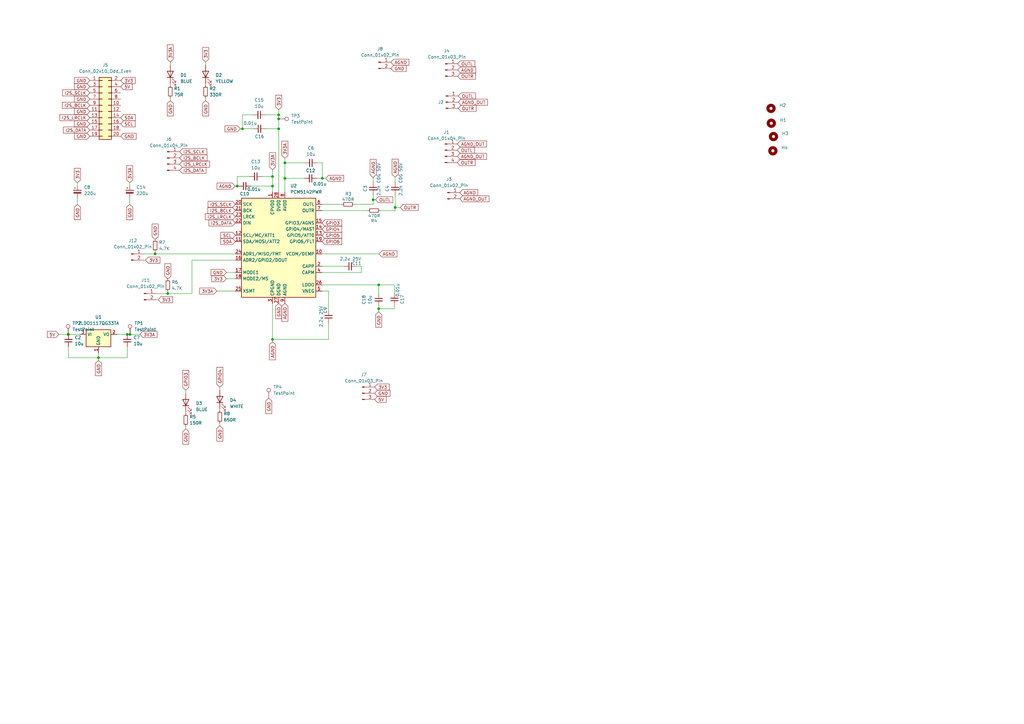
<source format=kicad_sch>
(kicad_sch (version 20231120) (generator "eeschema") (generator_version "8.0")
  (paper "A3")
  (lib_symbols
    (symbol "Audio:PCM5122PW"
      (property "Reference" "U" (at -13.97 21.59 0))
      (property "Value" "PCM5122PW" (at 10.16 21.59 0))
      (symbol "PCM5122PW_0_1"
        (rectangle (start -15.24 20.32) (end 15.24 -20.32) (stroke (width 0.254)) (fill (type background)))
      )
      (symbol "PCM5122PW_1_1"
        (pin power_in line (at -2.54 22.86 270) (length 2.54) (name "CPVDD") (number "1"))
        (pin bidirectional line (at 17.78 -2.54 180) (length 2.54) (name "VCOM/DEMP") (number "10"))
        (pin bidirectional line (at -17.78 2.54 0) (length 2.54) (name "SDA/MOSI/ATT2") (number "11"))
        (pin input line (at -17.78 5.08 0) (length 2.54) (name "SCL/MC/ATT1") (number "12"))
        (pin bidirectional line (at 17.78 5.08 180) (length 2.54) (name "GPIO5/ATT0") (number "13"))
        (pin bidirectional line (at 17.78 7.62 180) (length 2.54) (name "GPIO4/MAST") (number "14"))
        (pin bidirectional line (at 17.78 10.16 180) (length 2.54) (name "GPIO3/AGNS") (number "15"))
        (pin bidirectional line (at -17.78 -5.08 0) (length 2.54) (name "ADR2/GPIO2/DOUT") (number "16"))
        (pin input line (at -17.78 -10.16 0) (length 2.54) (name "MODE1") (number "17"))
        (pin input line (at -17.78 -12.7 0) (length 2.54) (name "MODE2/MS") (number "18"))
        (pin bidirectional line (at 17.78 2.54 180) (length 2.54) (name "GPIO6/FLT") (number "19"))
        (pin passive line (at 17.78 -7.62 180) (length 2.54) (name "CAPP") (number "2"))
        (pin input line (at -17.78 17.78 0) (length 2.54) (name "SCK") (number "20"))
        (pin bidirectional line (at -17.78 15.24 0) (length 2.54) (name "BCK") (number "21"))
        (pin input line (at -17.78 10.16 0) (length 2.54) (name "DIN") (number "22"))
        (pin bidirectional line (at -17.78 12.7 0) (length 2.54) (name "LRCK") (number "23"))
        (pin bidirectional line (at -17.78 -2.54 0) (length 2.54) (name "ADR1/MISO/FMT") (number "24"))
        (pin input line (at -17.78 -17.78 0) (length 2.54) (name "XSMT") (number "25"))
        (pin passive line (at 17.78 -15.24 180) (length 2.54) (name "LDOO") (number "26"))
        (pin power_in line (at 0 -22.86 90) (length 2.54) (name "DGND") (number "27"))
        (pin power_in line (at 0 22.86 270) (length 2.54) (name "DVDD") (number "28"))
        (pin power_in line (at -2.54 -22.86 90) (length 2.54) (name "CPGND") (number "3"))
        (pin passive line (at 17.78 -10.16 180) (length 2.54) (name "CAPM") (number "4"))
        (pin passive line (at 17.78 -17.78 180) (length 2.54) (name "VNEG") (number "5"))
        (pin output line (at 17.78 17.78 180) (length 2.54) (name "OUTL") (number "6"))
        (pin output line (at 17.78 15.24 180) (length 2.54) (name "OUTR") (number "7"))
        (pin power_in line (at 2.54 22.86 270) (length 2.54) (name "AVDD") (number "8"))
        (pin power_in line (at 2.54 -22.86 90) (length 2.54) (name "AGND") (number "9"))
      )
    )
    (symbol "Connector:Conn_01x02_Pin" (pin_names (offset 1.016) hide)
      (property "Reference" "J" (at 0 2.54 0))
      (property "Value" "Conn_01x02_Pin" (at 0 -5.08 0))
      (symbol "Conn_01x02_Pin_1_1"
        (polyline (pts (xy 1.27 -2.54) (xy 0.8636 -2.54)) (stroke (width 0.1524)))
        (polyline (pts (xy 1.27 0) (xy 0.8636 0)) (stroke (width 0.1524)))
        (rectangle (start 0.8636 -2.413) (end 0 -2.667) (stroke (width 0.1524)) (fill (type outline)))
        (rectangle (start 0.8636 0.127) (end 0 -0.127) (stroke (width 0.1524)) (fill (type outline)))
        (pin passive line (at 5.08 0 180) (length 3.81) (name "Pin_1") (number "1"))
        (pin passive line (at 5.08 -2.54 180) (length 3.81) (name "Pin_2") (number "2"))
      )
    )
    (symbol "Connector:Conn_01x03_Pin" (pin_names (offset 1.016) hide)
      (property "Reference" "J" (at 0 5.08 0))
      (property "Value" "Conn_01x03_Pin" (at 0 -5.08 0))
      (symbol "Conn_01x03_Pin_1_1"
        (polyline (pts (xy 1.27 -2.54) (xy 0.8636 -2.54)) (stroke (width 0.1524)))
        (polyline (pts (xy 1.27 0) (xy 0.8636 0)) (stroke (width 0.1524)))
        (polyline (pts (xy 1.27 2.54) (xy 0.8636 2.54)) (stroke (width 0.1524)))
        (rectangle (start 0.8636 -2.413) (end 0 -2.667) (stroke (width 0.1524)) (fill (type outline)))
        (rectangle (start 0.8636 0.127) (end 0 -0.127) (stroke (width 0.1524)) (fill (type outline)))
        (rectangle (start 0.8636 2.667) (end 0 2.413) (stroke (width 0.1524)) (fill (type outline)))
        (pin passive line (at 5.08 2.54 180) (length 3.81) (name "Pin_1") (number "1"))
        (pin passive line (at 5.08 0 180) (length 3.81) (name "Pin_2") (number "2"))
        (pin passive line (at 5.08 -2.54 180) (length 3.81) (name "Pin_3") (number "3"))
      )
    )
    (symbol "Connector:Conn_01x04_Pin" (pin_names (offset 1.016) hide)
      (property "Reference" "J" (at 0 5.08 0))
      (property "Value" "Conn_01x04_Pin" (at 0 -7.62 0))
      (symbol "Conn_01x04_Pin_1_1"
        (polyline (pts (xy 1.27 -5.08) (xy 0.8636 -5.08)) (stroke (width 0.1524)))
        (polyline (pts (xy 1.27 -2.54) (xy 0.8636 -2.54)) (stroke (width 0.1524)))
        (polyline (pts (xy 1.27 0) (xy 0.8636 0)) (stroke (width 0.1524)))
        (polyline (pts (xy 1.27 2.54) (xy 0.8636 2.54)) (stroke (width 0.1524)))
        (rectangle (start 0.8636 -4.953) (end 0 -5.207) (stroke (width 0.1524)) (fill (type outline)))
        (rectangle (start 0.8636 -2.413) (end 0 -2.667) (stroke (width 0.1524)) (fill (type outline)))
        (rectangle (start 0.8636 0.127) (end 0 -0.127) (stroke (width 0.1524)) (fill (type outline)))
        (rectangle (start 0.8636 2.667) (end 0 2.413) (stroke (width 0.1524)) (fill (type outline)))
        (pin passive line (at 5.08 2.54 180) (length 3.81) (name "Pin_1") (number "1"))
        (pin passive line (at 5.08 0 180) (length 3.81) (name "Pin_2") (number "2"))
        (pin passive line (at 5.08 -2.54 180) (length 3.81) (name "Pin_3") (number "3"))
        (pin passive line (at 5.08 -5.08 180) (length 3.81) (name "Pin_4") (number "4"))
      )
    )
    (symbol "Connector:TestPoint" (pin_numbers hide) (pin_names (offset 0.762) hide)
      (property "Reference" "TP" (at 0 6.858 0))
      (property "Value" "TestPoint" (at 0 5.08 0))
      (symbol "TestPoint_0_1"
        (circle (center 0 3.302) (radius 0.762))
      )
      (symbol "TestPoint_1_1"
        (pin passive line (at 0 0 90) (length 2.54) (name "1") (number "1"))
      )
    )
    (symbol "Connector_Generic:Conn_02x10_Odd_Even" (pin_names (offset 1.016) hide)
      (property "Reference" "J" (at 1.27 12.7 0))
      (property "Value" "Conn_02x10_Odd_Even" (at 1.27 -15.24 0))
      (symbol "Conn_02x10_Odd_Even_1_1"
        (rectangle (start -1.27 -12.573) (end 0 -12.827) (stroke (width 0.1524)))
        (rectangle (start -1.27 -10.033) (end 0 -10.287) (stroke (width 0.1524)))
        (rectangle (start -1.27 -7.493) (end 0 -7.747) (stroke (width 0.1524)))
        (rectangle (start -1.27 -4.953) (end 0 -5.207) (stroke (width 0.1524)))
        (rectangle (start -1.27 -2.413) (end 0 -2.667) (stroke (width 0.1524)))
        (rectangle (start -1.27 0.127) (end 0 -0.127) (stroke (width 0.1524)))
        (rectangle (start -1.27 2.667) (end 0 2.413) (stroke (width 0.1524)))
        (rectangle (start -1.27 5.207) (end 0 4.953) (stroke (width 0.1524)))
        (rectangle (start -1.27 7.747) (end 0 7.493) (stroke (width 0.1524)))
        (rectangle (start -1.27 10.287) (end 0 10.033) (stroke (width 0.1524)))
        (rectangle (start -1.27 11.43) (end 3.81 -13.97) (stroke (width 0.254)) (fill (type background)))
        (rectangle (start 3.81 -12.573) (end 2.54 -12.827) (stroke (width 0.1524)))
        (rectangle (start 3.81 -10.033) (end 2.54 -10.287) (stroke (width 0.1524)))
        (rectangle (start 3.81 -7.493) (end 2.54 -7.747) (stroke (width 0.1524)))
        (rectangle (start 3.81 -4.953) (end 2.54 -5.207) (stroke (width 0.1524)))
        (rectangle (start 3.81 -2.413) (end 2.54 -2.667) (stroke (width 0.1524)))
        (rectangle (start 3.81 0.127) (end 2.54 -0.127) (stroke (width 0.1524)))
        (rectangle (start 3.81 2.667) (end 2.54 2.413) (stroke (width 0.1524)))
        (rectangle (start 3.81 5.207) (end 2.54 4.953) (stroke (width 0.1524)))
        (rectangle (start 3.81 7.747) (end 2.54 7.493) (stroke (width 0.1524)))
        (rectangle (start 3.81 10.287) (end 2.54 10.033) (stroke (width 0.1524)))
        (pin passive line (at -5.08 10.16 0) (length 3.81) (name "Pin_1") (number "1"))
        (pin passive line (at 7.62 0 180) (length 3.81) (name "Pin_10") (number "10"))
        (pin passive line (at -5.08 -2.54 0) (length 3.81) (name "Pin_11") (number "11"))
        (pin passive line (at 7.62 -2.54 180) (length 3.81) (name "Pin_12") (number "12"))
        (pin passive line (at -5.08 -5.08 0) (length 3.81) (name "Pin_13") (number "13"))
        (pin passive line (at 7.62 -5.08 180) (length 3.81) (name "Pin_14") (number "14"))
        (pin passive line (at -5.08 -7.62 0) (length 3.81) (name "Pin_15") (number "15"))
        (pin passive line (at 7.62 -7.62 180) (length 3.81) (name "Pin_16") (number "16"))
        (pin passive line (at -5.08 -10.16 0) (length 3.81) (name "Pin_17") (number "17"))
        (pin passive line (at 7.62 -10.16 180) (length 3.81) (name "Pin_18") (number "18"))
        (pin passive line (at -5.08 -12.7 0) (length 3.81) (name "Pin_19") (number "19"))
        (pin passive line (at 7.62 10.16 180) (length 3.81) (name "Pin_2") (number "2"))
        (pin passive line (at 7.62 -12.7 180) (length 3.81) (name "Pin_20") (number "20"))
        (pin passive line (at -5.08 7.62 0) (length 3.81) (name "Pin_3") (number "3"))
        (pin passive line (at 7.62 7.62 180) (length 3.81) (name "Pin_4") (number "4"))
        (pin passive line (at -5.08 5.08 0) (length 3.81) (name "Pin_5") (number "5"))
        (pin passive line (at 7.62 5.08 180) (length 3.81) (name "Pin_6") (number "6"))
        (pin passive line (at -5.08 2.54 0) (length 3.81) (name "Pin_7") (number "7"))
        (pin passive line (at 7.62 2.54 180) (length 3.81) (name "Pin_8") (number "8"))
        (pin passive line (at -5.08 0 0) (length 3.81) (name "Pin_9") (number "9"))
      )
    )
    (symbol "Device:C_Polarized_Small" (pin_numbers hide) (pin_names (offset 0.254) hide)
      (property "Reference" "C" (at 0.254 1.778 0))
      (property "Value" "C_Polarized_Small" (at 0.254 -2.032 0))
      (symbol "C_Polarized_Small_0_1"
        (rectangle (start -1.524 -0.3048) (end 1.524 -0.6858) (fill (type outline)))
        (rectangle (start -1.524 0.6858) (end 1.524 0.3048))
        (polyline (pts (xy -1.27 1.524) (xy -0.762 1.524)))
        (polyline (pts (xy -1.016 1.27) (xy -1.016 1.778)))
      )
      (symbol "C_Polarized_Small_1_1"
        (pin passive line (at 0 2.54 270) (length 1.8542) (name "~") (number "1"))
        (pin passive line (at 0 -2.54 90) (length 1.8542) (name "~") (number "2"))
      )
    )
    (symbol "Device:C_Small" (pin_numbers hide) (pin_names (offset 0.254) hide)
      (property "Reference" "C" (at 0.254 1.778 0))
      (property "Value" "C_Small" (at 0.254 -2.032 0))
      (symbol "C_Small_0_1"
        (polyline (pts (xy -1.524 -0.508) (xy 1.524 -0.508)) (stroke (width 0.3302)))
        (polyline (pts (xy -1.524 0.508) (xy 1.524 0.508)) (stroke (width 0.3048)))
      )
      (symbol "C_Small_1_1"
        (pin passive line (at 0 2.54 270) (length 2.032) (name "~") (number "1"))
        (pin passive line (at 0 -2.54 90) (length 2.032) (name "~") (number "2"))
      )
    )
    (symbol "Device:LED" (pin_numbers hide) (pin_names (offset 1.016) hide)
      (property "Reference" "D" (at 0 2.54 0))
      (property "Value" "LED" (at 0 -2.54 0))
      (symbol "LED_0_1"
        (polyline (pts (xy -1.27 -1.27) (xy -1.27 1.27)) (stroke (width 0.254)))
        (polyline (pts (xy -1.27 0) (xy 1.27 0)))
        (polyline (pts (xy 1.27 -1.27) (xy 1.27 1.27) (xy -1.27 0) (xy 1.27 -1.27)) (stroke (width 0.254)))
        (polyline (pts (xy -3.048 -0.762) (xy -4.572 -2.286) (xy -3.81 -2.286) (xy -4.572 -2.286) (xy -4.572 -1.524)))
        (polyline (pts (xy -1.778 -0.762) (xy -3.302 -2.286) (xy -2.54 -2.286) (xy -3.302 -2.286) (xy -3.302 -1.524)))
      )
      (symbol "LED_1_1"
        (pin passive line (at -3.81 0 0) (length 2.54) (name "K") (number "1"))
        (pin passive line (at 3.81 0 180) (length 2.54) (name "A") (number "2"))
      )
    )
    (symbol "Device:R_Small" (pin_numbers hide) (pin_names (offset 0.254) hide)
      (property "Reference" "R" (at 0.762 0.508 0))
      (property "Value" "R_Small" (at 0.762 -1.016 0))
      (symbol "R_Small_0_1"
        (rectangle (start -0.762 1.778) (end 0.762 -1.778) (stroke (width 0.2032)))
      )
      (symbol "R_Small_1_1"
        (pin passive line (at 0 2.54 270) (length 0.762) (name "~") (number "1"))
        (pin passive line (at 0 -2.54 90) (length 0.762) (name "~") (number "2"))
      )
    )
    (symbol "Mechanical:MountingHole" (pin_names (offset 1.016))
      (property "Reference" "H" (at 0 5.08 0))
      (property "Value" "MountingHole" (at 0 3.175 0))
      (symbol "MountingHole_0_1"
        (circle (center 0 0) (radius 1.27) (stroke (width 1.27)))
      )
    )
    (symbol "Regulator_Linear:AMS1117-3.3"
      (property "Reference" "U" (at -3.81 3.175 0))
      (property "Value" "AMS1117-3.3" (at 0 3.175 0))
      (symbol "AMS1117-3.3_0_1"
        (rectangle (start -5.08 -5.08) (end 5.08 1.905) (stroke (width 0.254)) (fill (type background)))
      )
      (symbol "AMS1117-3.3_1_1"
        (pin power_in line (at 0 -7.62 90) (length 2.54) (name "GND") (number "1"))
        (pin power_out line (at 7.62 0 180) (length 2.54) (name "VO") (number "2"))
        (pin power_in line (at -7.62 0 0) (length 2.54) (name "VI") (number "3"))
      )
    )
  )
  (junction (at 116.84 66.802))
  (junction (at 97.282 76.327))
  (junction (at 153.035 81.915))
  (junction (at 63.627 104.14))
  (junction (at 116.84 73.152))
  (junction (at 68.834 120.396))
  (junction (at 162.052 85.09))
  (junction (at 52.197 137.16))
  (junction (at 132.207 73.152))
  (junction (at 114.3 48.768))
  (junction (at 40.386 146.685))
  (junction (at 111.76 76.327))
  (junction (at 114.3 52.832))
  (junction (at 155.321 126.619))
  (junction (at 111.76 72.39))
  (junction (at 114.3 47.117))
  (junction (at 99.441 52.832))
  (junction (at 28.067 137.16))
  (junction (at 27.94 137.16))
  (junction (at 111.76 139.192))
  (junction (at 155.321 116.84))
  (junction (at 53.34 137.16))
  (wire (pts (xy 146.177 109.22) (xy 148.209 109.22)))
  (wire (pts (xy 153.035 81.915) (xy 153.035 83.82)))
  (wire (pts (xy 124.841 73.152) (xy 116.84 73.152)))
  (wire (pts (xy 107.442 72.39) (xy 111.76 72.39)))
  (wire (pts (xy 162.052 85.09) (xy 162.052 86.36)))
  (wire (pts (xy 90.17 168.402) (xy 90.17 167.64)))
  (wire (pts (xy 69.85 40.132) (xy 69.85 41.275)))
  (wire (pts (xy 132.207 66.802) (xy 132.207 73.152)))
  (wire (pts (xy 99.441 52.832) (xy 103.886 52.832)))
  (wire (pts (xy 28.067 137.16) (xy 32.766 137.16)))
  (wire (pts (xy 53.213 83.82) (xy 53.213 81.153)))
  (wire (pts (xy 161.798 126.619) (xy 161.798 125.349)))
  (wire (pts (xy 111.76 76.327) (xy 111.76 78.74)))
  (wire (pts (xy 58.928 104.14) (xy 63.627 104.14)))
  (wire (pts (xy 132.08 119.38) (xy 134.747 119.38)))
  (wire (pts (xy 155.321 116.84) (xy 155.321 120.396)))
  (wire (pts (xy 102.362 72.39) (xy 97.282 72.39)))
  (wire (pts (xy 31.75 74.93) (xy 31.75 76.073)))
  (wire (pts (xy 161.798 116.84) (xy 155.321 116.84)))
  (wire (pts (xy 69.85 35.052) (xy 69.85 34.29)))
  (wire (pts (xy 114.3 47.117) (xy 114.3 48.768)))
  (wire (pts (xy 162.052 79.883) (xy 162.052 85.09)))
  (wire (pts (xy 162.052 86.36) (xy 155.956 86.36)))
  (wire (pts (xy 68.834 119.507) (xy 68.834 120.396)))
  (wire (pts (xy 96.52 106.68) (xy 78.74 106.68)))
  (wire (pts (xy 116.84 66.802) (xy 116.84 73.152)))
  (wire (pts (xy 108.966 52.832) (xy 114.3 52.832)))
  (wire (pts (xy 148.209 111.76) (xy 148.209 109.22)))
  (wire (pts (xy 130.048 66.802) (xy 132.207 66.802)))
  (wire (pts (xy 27.94 137.16) (xy 28.067 137.16)))
  (wire (pts (xy 114.3 44.958) (xy 114.3 47.117)))
  (wire (pts (xy 88.9 119.38) (xy 96.52 119.38)))
  (wire (pts (xy 52.197 137.16) (xy 48.006 137.16)))
  (wire (pts (xy 141.097 109.22) (xy 132.08 109.22)))
  (wire (pts (xy 76.2 161.29) (xy 76.2 160.02)))
  (wire (pts (xy 111.76 69.596) (xy 111.76 72.39)))
  (wire (pts (xy 114.3 52.832) (xy 114.3 78.74)))
  (wire (pts (xy 57.404 137.16) (xy 53.34 137.16)))
  (wire (pts (xy 92.837 111.76) (xy 96.52 111.76)))
  (wire (pts (xy 98.552 52.832) (xy 99.441 52.832)))
  (wire (pts (xy 28.067 146.685) (xy 40.386 146.685)))
  (wire (pts (xy 161.798 116.84) (xy 161.798 120.269)))
  (wire (pts (xy 52.197 146.685) (xy 40.386 146.685)))
  (wire (pts (xy 40.386 146.685) (xy 40.386 144.78)))
  (wire (pts (xy 90.17 160.02) (xy 90.17 158.75)))
  (wire (pts (xy 59.69 106.68) (xy 58.928 106.68)))
  (wire (pts (xy 133.604 73.152) (xy 132.207 73.152)))
  (wire (pts (xy 111.76 139.192) (xy 111.76 124.46)))
  (wire (pts (xy 116.84 64.897) (xy 116.84 66.802)))
  (wire (pts (xy 114.3 48.768) (xy 114.3 52.832)))
  (wire (pts (xy 53.34 137.16) (xy 52.197 137.16)))
  (wire (pts (xy 153.035 79.883) (xy 153.035 81.915)))
  (wire (pts (xy 132.207 73.152) (xy 129.921 73.152)))
  (wire (pts (xy 134.747 119.38) (xy 134.747 127.381)))
  (wire (pts (xy 63.627 104.14) (xy 96.52 104.14)))
  (wire (pts (xy 97.282 72.39) (xy 97.282 76.327)))
  (wire (pts (xy 116.84 73.152) (xy 116.84 78.74)))
  (wire (pts (xy 111.76 72.39) (xy 111.76 76.327)))
  (wire (pts (xy 76.2 169.672) (xy 76.2 168.91)))
  (wire (pts (xy 103.759 47.117) (xy 99.441 47.117)))
  (wire (pts (xy 162.052 72.644) (xy 162.052 74.803)))
  (wire (pts (xy 76.2 174.752) (xy 76.2 175.895)))
  (wire (pts (xy 40.386 147.828) (xy 40.386 146.685)))
  (wire (pts (xy 84.328 40.132) (xy 84.328 41.275)))
  (wire (pts (xy 78.74 106.68) (xy 78.74 120.396)))
  (wire (pts (xy 99.441 47.117) (xy 99.441 52.832)))
  (wire (pts (xy 84.328 26.67) (xy 84.328 25.4)))
  (wire (pts (xy 132.08 104.14) (xy 155.448 104.14)))
  (wire (pts (xy 84.328 35.052) (xy 84.328 34.29)))
  (wire (pts (xy 155.321 125.476) (xy 155.321 126.619)))
  (wire (pts (xy 134.747 132.461) (xy 134.747 139.192)))
  (wire (pts (xy 150.876 86.36) (xy 132.08 86.36)))
  (wire (pts (xy 92.837 114.3) (xy 96.52 114.3)))
  (wire (pts (xy 155.321 126.619) (xy 161.798 126.619)))
  (wire (pts (xy 53.213 74.93) (xy 53.213 76.073)))
  (wire (pts (xy 64.135 120.396) (xy 68.834 120.396)))
  (wire (pts (xy 96.393 76.327) (xy 97.282 76.327)))
  (wire (pts (xy 31.75 83.82) (xy 31.75 81.153)))
  (wire (pts (xy 132.08 83.82) (xy 140.208 83.82)))
  (wire (pts (xy 155.321 126.619) (xy 155.321 127.889)))
  (wire (pts (xy 28.067 142.24) (xy 28.067 146.685)))
  (wire (pts (xy 134.747 139.192) (xy 111.76 139.192)))
  (wire (pts (xy 164.211 85.09) (xy 162.052 85.09)))
  (wire (pts (xy 64.897 122.936) (xy 64.135 122.936)))
  (wire (pts (xy 132.08 116.84) (xy 155.321 116.84)))
  (wire (pts (xy 154.051 81.915) (xy 153.035 81.915)))
  (wire (pts (xy 68.834 120.396) (xy 78.74 120.396)))
  (wire (pts (xy 63.627 103.251) (xy 63.627 104.14)))
  (wire (pts (xy 153.035 72.771) (xy 153.035 74.803)))
  (wire (pts (xy 116.84 66.802) (xy 124.968 66.802)))
  (wire (pts (xy 132.08 111.76) (xy 148.209 111.76)))
  (wire (pts (xy 145.288 83.82) (xy 153.035 83.82)))
  (wire (pts (xy 24.13 137.16) (xy 27.94 137.16)))
  (wire (pts (xy 111.76 139.192) (xy 111.76 140.208)))
  (wire (pts (xy 69.85 26.67) (xy 69.85 25.4)))
  (wire (pts (xy 90.17 173.482) (xy 90.17 174.625)))
  (wire (pts (xy 97.282 76.327) (xy 97.79 76.327)))
  (wire (pts (xy 52.197 142.24) (xy 52.197 146.685)))
  (wire (pts (xy 108.839 47.117) (xy 114.3 47.117)))
  (wire (pts (xy 102.87 76.327) (xy 111.76 76.327)))
  (global_label "AGND_OUT" (shape input) (at 187.579 59.055 0) (property "Intersheetrefs" "${INTERSHEET_REFS}" (effects (hide yes))))
  (global_label "GND" (shape input) (at 84.328 41.275 270) (property "Intersheetrefs" "${INTERSHEET_REFS}" (effects (hide yes))))
  (global_label "3V3A" (shape input) (at 116.84 64.897 90) (property "Intersheetrefs" "${INTERSHEET_REFS}" (effects (hide yes))))
  (global_label "GPIO3" (shape input) (at 132.08 91.44 0) (property "Intersheetrefs" "${INTERSHEET_REFS}" (effects (hide yes))))
  (global_label "AGND" (shape input) (at 188.595 78.994 0) (property "Intersheetrefs" "${INTERSHEET_REFS}" (effects (hide yes))))
  (global_label "GND" (shape input) (at 76.2 175.895 270) (property "Intersheetrefs" "${INTERSHEET_REFS}" (effects (hide yes))))
  (global_label "3V3A" (shape input) (at 57.404 137.16 0) (property "Intersheetrefs" "${INTERSHEET_REFS}" (effects (hide yes))))
  (global_label "GND" (shape input) (at 155.321 127.889 270) (property "Intersheetrefs" "${INTERSHEET_REFS}" (effects (hide yes))))
  (global_label "GND" (shape input) (at 31.75 83.82 270) (property "Intersheetrefs" "${INTERSHEET_REFS}" (effects (hide yes))))
  (global_label "I2S_DATA" (shape input) (at 96.52 91.44 180) (property "Intersheetrefs" "${INTERSHEET_REFS}" (effects (hide yes))))
  (global_label "AGND" (shape input) (at 116.84 124.46 270) (property "Intersheetrefs" "${INTERSHEET_REFS}" (effects (hide yes))))
  (global_label "I2S_DATA" (shape input) (at 36.83 53.34 180) (property "Intersheetrefs" "${INTERSHEET_REFS}" (effects (hide yes))))
  (global_label "AGND" (shape input) (at 160.3323 25.521 0) (property "Intersheetrefs" "${INTERSHEET_REFS}" (effects (hide yes))))
  (global_label "AGND" (shape input) (at 111.76 140.208 270) (property "Intersheetrefs" "${INTERSHEET_REFS}" (effects (hide yes))))
  (global_label "I2S_LRCLK" (shape input) (at 36.83 48.26 180) (property "Intersheetrefs" "${INTERSHEET_REFS}" (effects (hide yes))))
  (global_label "GPIO4" (shape input) (at 132.08 93.98 0) (property "Intersheetrefs" "${INTERSHEET_REFS}" (effects (hide yes))))
  (global_label "OUTR" (shape input) (at 187.96 44.45 0) (property "Intersheetrefs" "${INTERSHEET_REFS}" (effects (hide yes))))
  (global_label "GND" (shape input) (at 36.83 45.72 180) (property "Intersheetrefs" "${INTERSHEET_REFS}" (effects (hide yes))))
  (global_label "OUTR" (shape input) (at 187.579 66.675 0) (property "Intersheetrefs" "${INTERSHEET_REFS}" (effects (hide yes))))
  (global_label "3V3" (shape input) (at 92.837 114.3 180) (property "Intersheetrefs" "${INTERSHEET_REFS}" (effects (hide yes))))
  (global_label "OUTL" (shape input) (at 187.706 26.162 0) (property "Intersheetrefs" "${INTERSHEET_REFS}" (effects (hide yes))))
  (global_label "GND" (shape input) (at 69.85 41.275 270) (property "Intersheetrefs" "${INTERSHEET_REFS}" (effects (hide yes))))
  (global_label "3V3" (shape input) (at 114.3 44.958 90) (property "Intersheetrefs" "${INTERSHEET_REFS}" (effects (hide yes))))
  (global_label "GND" (shape input) (at 36.83 50.8 180) (property "Intersheetrefs" "${INTERSHEET_REFS}" (effects (hide yes))))
  (global_label "AGND_OUT" (shape input) (at 187.96 41.91 0) (property "Intersheetrefs" "${INTERSHEET_REFS}" (effects (hide yes))))
  (global_label "3V3A" (shape input) (at 53.213 74.93 90) (property "Intersheetrefs" "${INTERSHEET_REFS}" (effects (hide yes))))
  (global_label "I2S_SCLK" (shape input) (at 96.52 83.82 180) (property "Intersheetrefs" "${INTERSHEET_REFS}" (effects (hide yes))))
  (global_label "GND" (shape input) (at 160.3323 28.061 0) (property "Intersheetrefs" "${INTERSHEET_REFS}" (effects (hide yes))))
  (global_label "5V" (shape input) (at 24.13 137.16 180) (property "Intersheetrefs" "${INTERSHEET_REFS}" (effects (hide yes))))
  (global_label "OUTR" (shape input) (at 164.211 85.09 0) (property "Intersheetrefs" "${INTERSHEET_REFS}" (effects (hide yes))))
  (global_label "GND" (shape input) (at 110.236 163.322 270) (property "Intersheetrefs" "${INTERSHEET_REFS}" (effects (hide yes))))
  (global_label "SDA" (shape input) (at 96.52 99.06 180) (property "Intersheetrefs" "${INTERSHEET_REFS}" (effects (hide yes))))
  (global_label "I2S_LRCLK" (shape input) (at 96.52 88.9 180) (property "Intersheetrefs" "${INTERSHEET_REFS}" (effects (hide yes))))
  (global_label "3V3A" (shape input) (at 111.76 69.596 90) (property "Intersheetrefs" "${INTERSHEET_REFS}" (effects (hide yes))))
  (global_label "AGND" (shape input) (at 162.052 72.644 90) (property "Intersheetrefs" "${INTERSHEET_REFS}" (effects (hide yes))))
  (global_label "SDA" (shape input) (at 49.53 48.26 0) (property "Intersheetrefs" "${INTERSHEET_REFS}" (effects (hide yes))))
  (global_label "3V3" (shape input) (at 153.67 158.75 0) (property "Intersheetrefs" "${INTERSHEET_REFS}" (effects (hide yes))))
  (global_label "I2S_LRCLK" (shape input) (at 73.66 67.31 0) (property "Intersheetrefs" "${INTERSHEET_REFS}" (effects (hide yes))))
  (global_label "GND" (shape input) (at 114.3 124.46 270) (property "Intersheetrefs" "${INTERSHEET_REFS}" (effects (hide yes))))
  (global_label "AGND_OUT" (shape input) (at 188.595 81.534 0) (property "Intersheetrefs" "${INTERSHEET_REFS}" (effects (hide yes))))
  (global_label "I2S_SCLK" (shape input) (at 73.66 62.23 0) (property "Intersheetrefs" "${INTERSHEET_REFS}" (effects (hide yes))))
  (global_label "GND" (shape input) (at 49.53 55.88 0) (property "Intersheetrefs" "${INTERSHEET_REFS}" (effects (hide yes))))
  (global_label "I2S_DATA" (shape input) (at 73.66 69.85 0) (property "Intersheetrefs" "${INTERSHEET_REFS}" (effects (hide yes))))
  (global_label "AGND" (shape input) (at 187.706 28.702 0) (property "Intersheetrefs" "${INTERSHEET_REFS}" (effects (hide yes))))
  (global_label "I2S_BCLK" (shape input) (at 36.83 43.18 180) (property "Intersheetrefs" "${INTERSHEET_REFS}" (effects (hide yes))))
  (global_label "OUTR" (shape input) (at 187.706 31.242 0) (property "Intersheetrefs" "${INTERSHEET_REFS}" (effects (hide yes))))
  (global_label "GND" (shape input) (at 98.552 52.832 180) (property "Intersheetrefs" "${INTERSHEET_REFS}" (effects (hide yes))))
  (global_label "GPIO3" (shape input) (at 76.2 160.02 90) (property "Intersheetrefs" "${INTERSHEET_REFS}" (effects (hide yes))))
  (global_label "GND" (shape input) (at 153.67 161.29 0) (property "Intersheetrefs" "${INTERSHEET_REFS}" (effects (hide yes))))
  (global_label "3V3A" (shape input) (at 88.9 119.38 180) (property "Intersheetrefs" "${INTERSHEET_REFS}" (effects (hide yes))))
  (global_label "OUTL" (shape input) (at 187.579 61.595 0) (property "Intersheetrefs" "${INTERSHEET_REFS}" (effects (hide yes))))
  (global_label "GND" (shape input) (at 92.837 111.76 180) (property "Intersheetrefs" "${INTERSHEET_REFS}" (effects (hide yes))))
  (global_label "5V" (shape input) (at 49.53 35.56 0) (property "Intersheetrefs" "${INTERSHEET_REFS}" (effects (hide yes))))
  (global_label "3V3" (shape input) (at 84.328 25.4 90) (property "Intersheetrefs" "${INTERSHEET_REFS}" (effects (hide yes))))
  (global_label "OUTL" (shape input) (at 187.96 39.37 0) (property "Intersheetrefs" "${INTERSHEET_REFS}" (effects (hide yes))))
  (global_label "GPIO6" (shape input) (at 132.08 99.06 0) (property "Intersheetrefs" "${INTERSHEET_REFS}" (effects (hide yes))))
  (global_label "GND" (shape input) (at 90.17 174.625 270) (property "Intersheetrefs" "${INTERSHEET_REFS}" (effects (hide yes))))
  (global_label "GND" (shape input) (at 36.83 33.02 180) (property "Intersheetrefs" "${INTERSHEET_REFS}" (effects (hide yes))))
  (global_label "GPIO5" (shape input) (at 132.08 96.52 0) (property "Intersheetrefs" "${INTERSHEET_REFS}" (effects (hide yes))))
  (global_label "GND" (shape input) (at 63.627 98.171 90) (property "Intersheetrefs" "${INTERSHEET_REFS}" (effects (hide yes))))
  (global_label "AGND" (shape input) (at 133.604 73.152 0) (property "Intersheetrefs" "${INTERSHEET_REFS}" (effects (hide yes))))
  (global_label "I2S_BCLK" (shape input) (at 73.66 64.77 0) (property "Intersheetrefs" "${INTERSHEET_REFS}" (effects (hide yes))))
  (global_label "SCL" (shape input) (at 96.52 96.52 180) (property "Intersheetrefs" "${INTERSHEET_REFS}" (effects (hide yes))))
  (global_label "AGND_OUT" (shape input) (at 187.579 64.135 0) (property "Intersheetrefs" "${INTERSHEET_REFS}" (effects (hide yes))))
  (global_label "5V" (shape input) (at 153.67 163.83 0) (property "Intersheetrefs" "${INTERSHEET_REFS}" (effects (hide yes))))
  (global_label "GND" (shape input) (at 68.834 114.427 90) (property "Intersheetrefs" "${INTERSHEET_REFS}" (effects (hide yes))))
  (global_label "3V3A" (shape input) (at 69.85 25.4 90) (property "Intersheetrefs" "${INTERSHEET_REFS}" (effects (hide yes))))
  (global_label "GND" (shape input) (at 53.213 83.82 270) (property "Intersheetrefs" "${INTERSHEET_REFS}" (effects (hide yes))))
  (global_label "GND" (shape input) (at 36.83 40.64 180) (property "Intersheetrefs" "${INTERSHEET_REFS}" (effects (hide yes))))
  (global_label "3V3" (shape input) (at 59.69 106.68 0) (property "Intersheetrefs" "${INTERSHEET_REFS}" (effects (hide yes))))
  (global_label "3V3" (shape input) (at 31.75 74.93 90) (property "Intersheetrefs" "${INTERSHEET_REFS}" (effects (hide yes))))
  (global_label "AGND" (shape input) (at 153.035 72.771 90) (property "Intersheetrefs" "${INTERSHEET_REFS}" (effects (hide yes))))
  (global_label "AGND" (shape input) (at 96.393 76.327 180) (property "Intersheetrefs" "${INTERSHEET_REFS}" (effects (hide yes))))
  (global_label "3V3" (shape input) (at 49.53 33.02 0) (property "Intersheetrefs" "${INTERSHEET_REFS}" (effects (hide yes))))
  (global_label "GND" (shape input) (at 36.83 55.88 180) (property "Intersheetrefs" "${INTERSHEET_REFS}" (effects (hide yes))))
  (global_label "I2S_BCLK" (shape input) (at 96.52 86.36 180) (property "Intersheetrefs" "${INTERSHEET_REFS}" (effects (hide yes))))
  (global_label "GND" (shape input) (at 40.386 147.828 270) (property "Intersheetrefs" "${INTERSHEET_REFS}" (effects (hide yes))))
  (global_label "SCL" (shape input) (at 49.53 50.8 0) (property "Intersheetrefs" "${INTERSHEET_REFS}" (effects (hide yes))))
  (global_label "GPIO4" (shape input) (at 90.17 158.75 90) (property "Intersheetrefs" "${INTERSHEET_REFS}" (effects (hide yes))))
  (global_label "3V3" (shape input) (at 64.897 122.936 0) (property "Intersheetrefs" "${INTERSHEET_REFS}" (effects (hide yes))))
  (global_label "I2S_SCLK" (shape input) (at 36.83 38.1 180) (property "Intersheetrefs" "${INTERSHEET_REFS}" (effects (hide yes))))
  (global_label "OUTL" (shape input) (at 154.051 81.915 0) (property "Intersheetrefs" "${INTERSHEET_REFS}" (effects (hide yes))))
  (global_label "AGND" (shape input) (at 155.448 104.14 0) (property "Intersheetrefs" "${INTERSHEET_REFS}" (effects (hide yes))))
  (global_label "GND" (shape input) (at 36.83 35.56 180) (property "Intersheetrefs" "${INTERSHEET_REFS}" (effects (hide yes))))
  (symbol (lib_id "Device:C_Small") (at 161.798 122.809 180) (unit 1)
    (property "Reference" "C17" (at 164.973 122.809 90))
    (property "Value" "0.01u" (at 163.068 118.999 90))
    (property "Footprint" "Capacitor_SMD:C_0805_2012Metric" (effects (hide yes)))
  )
  (symbol (lib_id "Connector:TestPoint") (at 114.3 48.768 270) (unit 1)
    (property "Reference" "TP3" (at 119.38 47.4979 90) (effects (justify left)))
    (property "Value" "TestPoint" (at 119.38 50.0379 90) (effects (justify left)))
    (property "Footprint" "TestPoint:TestPoint_Pad_2.0x2.0mm" (effects (hide yes)))
  )
  (symbol (lib_id "Device:R_Small") (at 84.328 37.592 180) (unit 1)
    (property "Reference" "R2" (at 85.852 36.322 0) (effects (justify right)))
    (property "Value" "330R" (at 85.852 38.862 0) (effects (justify right)))
    (property "Footprint" "Resistor_SMD:R_0603_1608Metric_Pad0.98x0.95mm_HandSolder" (effects (hide yes)))
  )
  (symbol (lib_id "Device:C_Small") (at 106.299 47.117 270) (unit 1)
    (property "Reference" "C15" (at 106.2926 41.021 90))
    (property "Value" "10u" (at 106.2926 43.561 90))
    (property "Footprint" "Capacitor_SMD:C_1206_3216Metric_Pad1.33x1.80mm_HandSolder" (effects (hide yes)))
  )
  (symbol (lib_id "Connector:Conn_01x02_Pin") (at 59.055 120.396 0) (unit 1)
    (property "Reference" "J11" (at 59.69 114.935 0))
    (property "Value" "Conn_01x02_Pin" (at 59.69 117.475 0))
    (property "Footprint" "Connector_PinHeader_2.54mm:PinHeader_1x02_P2.54mm_Vertical" (effects (hide yes)))
  )
  (symbol (lib_id "Device:C_Small") (at 106.426 52.832 90) (unit 1)
    (property "Reference" "C16" (at 106.426 56.007 90))
    (property "Value" "0.01u" (at 102.616 50.546 90))
    (property "Footprint" "Capacitor_SMD:C_0805_2012Metric" (effects (hide yes)))
  )
  (symbol (lib_id "Device:C_Small") (at 100.33 76.327 90) (unit 1)
    (property "Reference" "C10" (at 100.33 79.502 90))
    (property "Value" "0.01u" (at 104.14 77.597 90))
    (property "Footprint" "Capacitor_SMD:C_0805_2012Metric" (effects (hide yes)))
  )
  (symbol (lib_id "Device:R_Small") (at 142.748 83.82 90) (unit 1)
    (property "Reference" "R3" (at 142.875 79.502 90))
    (property "Value" "470R" (at 142.748 81.788 90))
    (property "Footprint" "Resistor_SMD:R_1206_3216Metric_Pad1.30x1.75mm_HandSolder" (effects (hide yes)))
  )
  (symbol (lib_id "Connector:Conn_01x02_Pin") (at 155.2523 25.521 0) (unit 1)
    (property "Reference" "J8" (at 155.8873 20.06 0))
    (property "Value" "Conn_01x02_Pin" (at 155.8873 22.6 0))
    (property "Footprint" "Connector_PinHeader_2.54mm:PinHeader_1x02_P2.54mm_Vertical" (effects (hide yes)))
  )
  (symbol (lib_id "Device:R_Small") (at 76.2 172.212 180) (unit 1)
    (property "Reference" "R5" (at 77.724 170.942 0) (effects (justify right)))
    (property "Value" "150R" (at 77.724 173.482 0) (effects (justify right)))
    (property "Footprint" "Resistor_SMD:R_0603_1608Metric_Pad0.98x0.95mm_HandSolder" (effects (hide yes)))
  )
  (symbol (lib_id "Device:C_Small") (at 153.035 77.343 0) (unit 1)
    (property "Reference" "C3" (at 149.86 77.343 90))
    (property "Value" "2.2n C0G 50V" (at 155.321 73.533 90))
    (property "Footprint" "Capacitor_THT:C_Rect_L4.6mm_W3.0mm_P2.50mm_MKS02_FKP02" (effects (hide yes)))
  )
  (symbol (lib_id "Device:C_Polarized_Small") (at 53.213 78.613 0) (unit 1)
    (property "Reference" "C14" (at 55.88 76.7969 0) (effects (justify left)))
    (property "Value" "220u" (at 55.88 79.3369 0) (effects (justify left)))
    (property "Footprint" "Capacitor_THT:CP_Radial_D6.3mm_P2.50mm" (effects (hide yes)))
  )
  (symbol (lib_id "Connector:Conn_01x03_Pin") (at 182.88 41.91 0) (unit 1)
    (property "Reference" "J2" (at 180.848 41.91 0))
    (property "Value" "Conn_01x03_Pin" (effects (hide yes)))
    (property "Footprint" "Connector_JST:JST_PH_B3B-PH-K_1x03_P2.00mm_Vertical" (effects (hide yes)))
  )
  (symbol (lib_id "Connector:TestPoint") (at 53.34 137.16 0) (unit 1)
    (property "Reference" "TP1" (at 55.118 132.588 0) (effects (justify left)))
    (property "Value" "TestPoint" (at 55.118 135.128 0) (effects (justify left)))
    (property "Footprint" "TestPoint:TestPoint_Pad_2.0x2.0mm" (effects (hide yes)))
  )
  (symbol (lib_id "Device:LED") (at 69.85 30.48 90) (unit 1)
    (property "Reference" "D1" (at 73.914 30.7975 90) (effects (justify right)))
    (property "Value" "BLUE" (at 73.914 33.3375 90) (effects (justify right)))
    (property "Footprint" "LED_SMD:LED_0805_2012Metric_Pad1.15x1.40mm_HandSolder" (effects (hide yes)))
  )
  (symbol (lib_id "Device:C_Small") (at 134.747 129.921 180) (unit 1)
    (property "Reference" "C9" (at 133.477 127.254 90))
    (property "Value" "2.2u 25V" (at 131.699 129.794 90))
    (property "Footprint" "Capacitor_SMD:C_0805_2012Metric" (effects (hide yes)))
  )
  (symbol (lib_id "Device:C_Small") (at 28.067 139.7 180) (unit 1)
    (property "Reference" "C2" (at 30.607 138.4236 0) (effects (justify right)))
    (property "Value" "10u" (at 30.607 140.9636 0) (effects (justify right)))
    (property "Footprint" "Capacitor_SMD:C_1206_3216Metric_Pad1.33x1.80mm_HandSolder" (effects (hide yes)))
  )
  (symbol (lib_id "Mechanical:MountingHole") (at 316.23 44.45 0) (unit 1)
    (property "Reference" "H2" (at 319.659 43.18 0) (effects (justify left)))
    (property "Value" "MountingHole" (effects (hide yes)))
    (property "Footprint" "MountingHole:MountingHole_3.2mm_M3" (effects (hide yes)))
  )
  (symbol (lib_id "Connector:Conn_01x02_Pin") (at 53.848 104.14 0) (unit 1)
    (property "Reference" "J12" (at 54.483 98.679 0))
    (property "Value" "Conn_01x02_Pin" (at 54.483 101.219 0))
    (property "Footprint" "Connector_PinHeader_2.54mm:PinHeader_1x02_P2.54mm_Vertical" (effects (hide yes)))
  )
  (symbol (lib_id "Connector:Conn_01x04_Pin") (at 182.499 61.595 0) (unit 1)
    (property "Reference" "J1" (at 183.134 54.229 0))
    (property "Value" "Conn_01x04_Pin" (at 183.134 56.769 0))
    (property "Footprint" "Connector_JST:JST_PH_B4B-PH-K_1x04_P2.00mm_Vertical" (effects (hide yes)))
  )
  (symbol (lib_id "Connector:Conn_01x03_Pin") (at 148.59 161.29 0) (unit 1)
    (property "Reference" "J7" (at 149.225 153.67 0))
    (property "Value" "Conn_01x03_Pin" (at 149.225 156.21 0))
    (property "Footprint" "Connector_JST:JST_PH_B3B-PH-K_1x03_P2.00mm_Vertical" (effects (hide yes)))
    (property "Description" "Generic connector, single row, 01x03, script generated" (effects (hide yes)))
  )
  (symbol (lib_id "Mechanical:MountingHole") (at 316.992 61.849 0) (unit 1)
    (property "Reference" "H4" (at 320.421 60.579 0) (effects (justify left)))
    (property "Value" "MountingHole" (effects (hide yes)))
    (property "Footprint" "MountingHole:MountingHole_3.2mm_M3" (effects (hide yes)))
  )
  (symbol (lib_id "Device:C_Small") (at 127.381 73.152 270) (unit 1)
    (property "Reference" "C12" (at 127.381 69.977 90))
    (property "Value" "0.01u" (at 131.191 75.438 90))
    (property "Footprint" "Capacitor_SMD:C_0805_2012Metric" (effects (hide yes)))
  )
  (symbol (lib_id "Connector:TestPoint") (at 27.94 137.16 0) (unit 1)
    (property "Reference" "TP2" (at 29.718 132.588 0) (effects (justify left)))
    (property "Value" "TestPoint" (at 29.718 135.128 0) (effects (justify left)))
    (property "Footprint" "TestPoint:TestPoint_Pad_2.0x2.0mm" (effects (hide yes)))
  )
  (symbol (lib_id "Audio:PCM5122PW") (at 114.3 101.6 0) (unit 1)
    (property "Reference" "U2" (at 119.0341 76.2 0) (effects (justify left)))
    (property "Value" "PCM5142PWR" (at 119.0341 78.74 0) (effects (justify left)))
    (property "Footprint" "Package_SO:TSSOP-28_4.4x9.7mm_P0.65mm" (effects (hide yes)))
    (property "Datasheet" "http://www.ti.com/lit/ds/symlink/pcm5122.pdf" (effects (hide yes)))
  )
  (symbol (lib_id "Device:R_Small") (at 63.627 100.711 180) (unit 1)
    (property "Reference" "R7" (at 65.151 99.441 0) (effects (justify right)))
    (property "Value" "4.7K" (at 65.151 101.981 0) (effects (justify right)))
    (property "Footprint" "Resistor_SMD:R_0603_1608Metric_Pad0.98x0.95mm_HandSolder" (effects (hide yes)))
  )
  (symbol (lib_id "Regulator_Linear:AMS1117-3.3") (at 40.386 137.16 0) (unit 1)
    (property "Reference" "U1" (at 40.386 130.048 0))
    (property "Value" "ZLDO1117QG33TA" (at 40.386 132.588 0))
    (property "Footprint" "Package_TO_SOT_SMD:SOT-223-3_TabPin2" (effects (hide yes)))
    (property "Datasheet" "http://www.advanced-monolithic.com/pdf/ds1117.pdf" (effects (hide yes)))
  )
  (symbol (lib_id "Mechanical:MountingHole") (at 316.357 50.546 0) (unit 1)
    (property "Reference" "H1" (at 319.786 49.276 0) (effects (justify left)))
    (property "Value" "MountingHole" (effects (hide yes)))
    (property "Footprint" "MountingHole:MountingHole_3.2mm_M3" (effects (hide yes)))
  )
  (symbol (lib_id "Device:C_Polarized_Small") (at 31.75 78.613 0) (unit 1)
    (property "Reference" "C8" (at 34.417 76.7969 0) (effects (justify left)))
    (property "Value" "220u" (at 34.417 79.3369 0) (effects (justify left)))
    (property "Footprint" "Capacitor_THT:CP_Radial_D6.3mm_P2.50mm" (effects (hide yes)))
  )
  (symbol (lib_id "Device:C_Small") (at 104.902 72.39 270) (unit 1)
    (property "Reference" "C13" (at 104.8956 66.294 90))
    (property "Value" "10u" (at 104.8956 68.834 90))
    (property "Footprint" "Capacitor_SMD:C_1206_3216Metric_Pad1.33x1.80mm_HandSolder" (effects (hide yes)))
  )
  (symbol (lib_id "Connector:Conn_01x03_Pin") (at 182.626 28.702 0) (unit 1)
    (property "Reference" "J4" (at 183.261 20.828 0))
    (property "Value" "Conn_01x03_Pin" (at 183.261 23.368 0))
    (property "Footprint" "Connector_PinHeader_2.54mm:PinHeader_1x03_P2.54mm_Vertical" (effects (hide yes)))
  )
  (symbol (lib_id "Device:LED") (at 76.2 165.1 90) (unit 1)
    (property "Reference" "D3" (at 80.264 165.4175 90) (effects (justify right)))
    (property "Value" "BLUE" (at 80.264 167.9575 90) (effects (justify right)))
    (property "Footprint" "LED_SMD:LED_0805_2012Metric_Pad1.15x1.40mm_HandSolder" (effects (hide yes)))
  )
  (symbol (lib_id "Device:R_Small") (at 153.416 86.36 90) (unit 1)
    (property "Reference" "R4" (at 153.416 90.551 90))
    (property "Value" "470R" (at 153.416 88.519 90))
    (property "Footprint" "Resistor_SMD:R_1206_3216Metric_Pad1.30x1.75mm_HandSolder" (effects (hide yes)))
  )
  (symbol (lib_id "Connector_Generic:Conn_02x10_Odd_Even") (at 41.91 43.18 0) (unit 1)
    (property "Reference" "J5" (at 43.18 26.67 0))
    (property "Value" "Conn_02x10_Odd_Even" (at 43.18 29.21 0))
    (property "Footprint" "Connector_PinHeader_2.54mm:PinHeader_2x10_P2.54mm_Vertical" (effects (hide yes)))
    (property "Description" "Generic connector, double row, 02x10, odd/even pin numbering scheme (row 1 odd numbers, row 2 even numbers), script generated (kicad-library-utils/schlib/autogen/connector/)" (effects (hide yes)))
  )
  (symbol (lib_id "Device:C_Small") (at 143.637 109.22 90) (unit 1)
    (property "Reference" "C11" (at 146.304 107.95 90))
    (property "Value" "2.2u 25V" (at 143.764 106.172 90))
    (property "Footprint" "Capacitor_SMD:C_0805_2012Metric" (effects (hide yes)))
  )
  (symbol (lib_id "Device:C_Small") (at 127.508 66.802 270) (unit 1)
    (property "Reference" "C6" (at 127.5016 60.706 90))
    (property "Value" "10u" (at 127.5016 63.246 90))
    (property "Footprint" "Capacitor_SMD:C_1206_3216Metric_Pad1.33x1.80mm_HandSolder" (effects (hide yes)))
  )
  (symbol (lib_id "Connector:Conn_01x02_Pin") (at 183.515 78.994 0) (unit 1)
    (property "Reference" "J3" (at 184.15 73.533 0))
    (property "Value" "Conn_01x02_Pin" (at 184.15 76.073 0))
    (property "Footprint" "Connector_PinHeader_2.54mm:PinHeader_1x02_P2.54mm_Vertical" (effects (hide yes)))
  )
  (symbol (lib_id "Device:C_Small") (at 155.321 122.936 0) (unit 1)
    (property "Reference" "C18" (at 149.225 122.9424 90))
    (property "Value" "10u" (at 151.765 122.9424 90))
    (property "Footprint" "Capacitor_SMD:C_1206_3216Metric_Pad1.33x1.80mm_HandSolder" (effects (hide yes)))
  )
  (symbol (lib_id "Device:R_Small") (at 69.85 37.592 180) (unit 1)
    (property "Reference" "R1" (at 71.374 36.322 0) (effects (justify right)))
    (property "Value" "75R" (at 71.374 38.862 0) (effects (justify right)))
    (property "Footprint" "Resistor_SMD:R_0603_1608Metric_Pad0.98x0.95mm_HandSolder" (effects (hide yes)))
  )
  (symbol (lib_id "Device:C_Small") (at 52.197 139.7 180) (unit 1)
    (property "Reference" "C7" (at 54.737 138.4236 0) (effects (justify right)))
    (property "Value" "10u" (at 54.737 140.9636 0) (effects (justify right)))
    (property "Footprint" "Capacitor_SMD:C_1206_3216Metric_Pad1.33x1.80mm_HandSolder" (effects (hide yes)))
  )
  (symbol (lib_id "Device:R_Small") (at 68.834 116.967 180) (unit 1)
    (property "Reference" "R6" (at 70.358 115.697 0) (effects (justify right)))
    (property "Value" "4.7K" (at 70.358 118.237 0) (effects (justify right)))
    (property "Footprint" "Resistor_SMD:R_0603_1608Metric_Pad0.98x0.95mm_HandSolder" (effects (hide yes)))
  )
  (symbol (lib_id "Connector:TestPoint") (at 110.236 163.322 0) (unit 1)
    (property "Reference" "TP4" (at 112.014 158.75 0) (effects (justify left)))
    (property "Value" "TestPoint" (at 112.014 161.29 0) (effects (justify left)))
    (property "Footprint" "TestPoint:TestPoint_Pad_2.0x2.0mm" (effects (hide yes)))
  )
  (symbol (lib_id "Device:C_Small") (at 162.052 77.343 0) (unit 1)
    (property "Reference" "C4" (at 158.877 77.343 90))
    (property "Value" "2.2n C0G 50V" (at 164.338 73.533 90))
    (property "Footprint" "Capacitor_THT:C_Rect_L4.6mm_W3.0mm_P2.50mm_MKS02_FKP02" (effects (hide yes)))
  )
  (symbol (lib_id "Device:LED") (at 84.328 30.48 90) (unit 1)
    (property "Reference" "D2" (at 88.392 30.7975 90) (effects (justify right)))
    (property "Value" "YELLOW" (at 88.392 33.3375 90) (effects (justify right)))
    (property "Footprint" "LED_SMD:LED_0805_2012Metric_Pad1.15x1.40mm_HandSolder" (effects (hide yes)))
  )
  (symbol (lib_id "Device:LED") (at 90.17 163.83 90) (unit 1)
    (property "Reference" "D4" (at 94.234 164.1475 90) (effects (justify right)))
    (property "Value" "WHITE" (at 94.234 166.6875 90) (effects (justify right)))
    (property "Footprint" "LED_SMD:LED_0805_2012Metric_Pad1.15x1.40mm_HandSolder" (effects (hide yes)))
  )
  (symbol (lib_id "Device:R_Small") (at 90.17 170.942 180) (unit 1)
    (property "Reference" "R8" (at 91.694 169.672 0) (effects (justify right)))
    (property "Value" "650R" (at 91.694 172.212 0) (effects (justify right)))
    (property "Footprint" "Resistor_SMD:R_0603_1608Metric_Pad0.98x0.95mm_HandSolder" (effects (hide yes)))
  )
  (symbol (lib_id "Connector:Conn_01x04_Pin") (at 68.58 64.77 0) (unit 1)
    (property "Reference" "J6" (at 69.215 57.15 0))
    (property "Value" "Conn_01x04_Pin" (at 69.215 59.69 0))
    (property "Footprint" "Connector_PinHeader_2.54mm:PinHeader_1x04_P2.54mm_Vertical" (effects (hide yes)))
    (property "Description" "Generic connector, single row, 01x04, script generated" (effects (hide yes)))
  )
  (symbol (lib_id "Mechanical:MountingHole") (at 317.246 56.007 0) (unit 1)
    (property "Reference" "H3" (at 320.675 54.737 0) (effects (justify left)))
    (property "Value" "MountingHole" (effects (hide yes)))
    (property "Footprint" "MountingHole:MountingHole_3.2mm_M3" (effects (hide yes)))
  )
)
</source>
